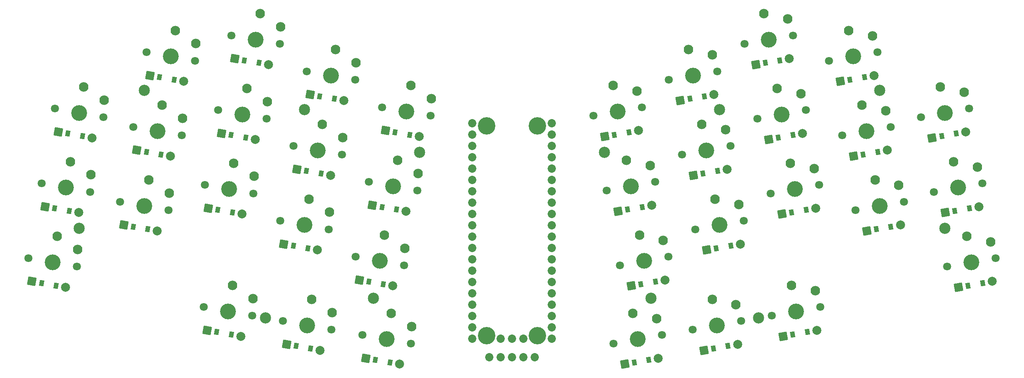
<source format=gbr>
%TF.GenerationSoftware,KiCad,Pcbnew,8.0.1*%
%TF.CreationDate,2024-05-10T10:41:52+02:00*%
%TF.ProjectId,main,6d61696e-2e6b-4696-9361-645f70636258,v1.0.0*%
%TF.SameCoordinates,Original*%
%TF.FileFunction,Soldermask,Bot*%
%TF.FilePolarity,Negative*%
%FSLAX46Y46*%
G04 Gerber Fmt 4.6, Leading zero omitted, Abs format (unit mm)*
G04 Created by KiCad (PCBNEW 8.0.1) date 2024-05-10 10:41:52*
%MOMM*%
%LPD*%
G01*
G04 APERTURE LIST*
G04 Aperture macros list*
%AMRoundRect*
0 Rectangle with rounded corners*
0 $1 Rounding radius*
0 $2 $3 $4 $5 $6 $7 $8 $9 X,Y pos of 4 corners*
0 Add a 4 corners polygon primitive as box body*
4,1,4,$2,$3,$4,$5,$6,$7,$8,$9,$2,$3,0*
0 Add four circle primitives for the rounded corners*
1,1,$1+$1,$2,$3*
1,1,$1+$1,$4,$5*
1,1,$1+$1,$6,$7*
1,1,$1+$1,$8,$9*
0 Add four rect primitives between the rounded corners*
20,1,$1+$1,$2,$3,$4,$5,0*
20,1,$1+$1,$4,$5,$6,$7,0*
20,1,$1+$1,$6,$7,$8,$9,0*
20,1,$1+$1,$8,$9,$2,$3,0*%
G04 Aperture macros list end*
%ADD10C,2.500000*%
%ADD11C,3.900000*%
%ADD12C,1.852600*%
%ADD13RoundRect,0.050000X-1.029867X-0.721121X0.721121X-1.029867X1.029867X0.721121X-0.721121X1.029867X0*%
%ADD14RoundRect,0.050000X-0.547352X-0.512743X0.338975X-0.669026X0.547352X0.512743X-0.338975X0.669026X0*%
%ADD15C,2.005000*%
%ADD16RoundRect,0.050000X-0.721121X-1.029867X1.029867X-0.721121X0.721121X1.029867X-1.029867X0.721121X0*%
%ADD17RoundRect,0.050000X-0.338975X-0.669026X0.547352X-0.512743X0.338975X0.669026X-0.547352X0.512743X0*%
%ADD18C,1.801800*%
%ADD19C,3.529000*%
%ADD20C,2.132000*%
G04 APERTURE END LIST*
D10*
%TO.C,_6*%
X187320179Y-90085018D03*
%TD*%
%TO.C,_10*%
X211446772Y-94461974D03*
%TD*%
%TO.C,_4*%
X253100116Y-74424535D03*
%TD*%
%TO.C,_12*%
X238506448Y-43488720D03*
%TD*%
%TO.C,_14*%
X202706081Y-47770433D03*
%TD*%
%TO.C,_8*%
X176984509Y-57382975D03*
%TD*%
D11*
%TO.C,MCU1*%
X150598432Y-51472417D03*
X161998437Y-51472418D03*
X150598433Y-98472418D03*
X161998438Y-98472419D03*
D12*
X147408435Y-50842418D03*
X147408435Y-53382418D03*
X147408435Y-55922420D03*
X147408435Y-58462418D03*
X147408435Y-61002418D03*
X147408435Y-63542418D03*
X147408436Y-66082418D03*
X147408434Y-68622418D03*
X147408435Y-71162418D03*
X147408435Y-73702418D03*
X147408435Y-76242418D03*
X147408435Y-78782418D03*
X147408435Y-81322418D03*
X147408435Y-83862417D03*
X147408435Y-86402417D03*
X147408435Y-88942418D03*
X147408436Y-91482417D03*
X147408433Y-94022417D03*
X147408435Y-96562418D03*
X147408435Y-99102418D03*
X165188435Y-50842418D03*
X165188435Y-53382418D03*
X165188437Y-55922419D03*
X165188434Y-58462419D03*
X165188435Y-61002418D03*
X165188435Y-63542419D03*
X165188435Y-66082419D03*
X165188435Y-68622418D03*
X165188435Y-71162418D03*
X165188435Y-73702418D03*
X165188435Y-76242418D03*
X165188435Y-78782418D03*
X165188436Y-81322418D03*
X165188434Y-83862418D03*
X165188435Y-86402418D03*
X165188435Y-88942418D03*
X165188435Y-91482418D03*
X165188435Y-94022416D03*
X165188435Y-96562418D03*
X165188435Y-99102418D03*
X158838435Y-99102418D03*
X156298435Y-99102418D03*
X153758435Y-99102418D03*
%TD*%
D10*
%TO.C,_5*%
X125276685Y-90085019D03*
%TD*%
%TO.C,_9*%
X101150097Y-94461977D03*
%TD*%
%TO.C,_3*%
X59496758Y-74424536D03*
%TD*%
%TO.C,_11*%
X74090413Y-43488716D03*
%TD*%
%TO.C,_13*%
X109890788Y-47770433D03*
%TD*%
%TO.C,_7*%
X135612360Y-57382973D03*
%TD*%
D13*
%TO.C,D9*%
X94319775Y-36393716D03*
D14*
X96446962Y-36768796D03*
X99696828Y-37341834D03*
D15*
X101824015Y-37716914D03*
%TD*%
D16*
%TO.C,D29*%
X196866577Y-62508352D03*
D17*
X198993764Y-62133272D03*
X202243630Y-61560234D03*
D15*
X204370817Y-61185154D03*
%TD*%
D13*
%TO.C,D15*%
X128036371Y-52493129D03*
D14*
X130163558Y-52868209D03*
X133413424Y-53441247D03*
D15*
X135540611Y-53816327D03*
%TD*%
D18*
%TO.C,S16*%
X87362791Y-92030902D03*
D19*
X92779234Y-92985967D03*
D18*
X98195677Y-93941032D03*
D20*
X98363136Y-90111938D03*
X93803758Y-87175601D03*
%TD*%
D18*
%TO.C,S19*%
X253591310Y-82969050D03*
D19*
X259007753Y-82013985D03*
D18*
X264424196Y-81058920D03*
D20*
X263271929Y-77403475D03*
X257983229Y-76203619D03*
%TD*%
D18*
%TO.C,S14*%
X124288271Y-64017359D03*
D19*
X129704714Y-64972424D03*
D18*
X135121157Y-65927489D03*
D20*
X135288616Y-62098395D03*
X130729238Y-59162058D03*
%TD*%
D18*
%TO.C,S20*%
X250639299Y-66227320D03*
D19*
X256055742Y-65272255D03*
D18*
X261472185Y-64317190D03*
D20*
X260319918Y-60661745D03*
X255031218Y-59461889D03*
%TD*%
D18*
%TO.C,S21*%
X247687276Y-49485588D03*
D19*
X253103719Y-48530523D03*
D18*
X258520162Y-47575458D03*
D20*
X257367895Y-43920013D03*
X252079195Y-42720157D03*
%TD*%
D18*
%TO.C,S36*%
X178948118Y-100192367D03*
D19*
X184364561Y-99237302D03*
D18*
X189781004Y-98282237D03*
D20*
X188628737Y-94626792D03*
X183340037Y-93426936D03*
%TD*%
D18*
%TO.C,S3*%
X54076700Y-47575459D03*
D19*
X59493143Y-48530524D03*
D18*
X64909586Y-49485589D03*
D20*
X65077045Y-45656495D03*
X60517667Y-42720158D03*
%TD*%
D18*
%TO.C,S2*%
X51124684Y-64317188D03*
D19*
X56541127Y-65272253D03*
D18*
X61957570Y-66227318D03*
D20*
X62125029Y-62398224D03*
X57565651Y-59461887D03*
%TD*%
D16*
%TO.C,D20*%
X253171861Y-70857889D03*
D17*
X255299048Y-70482809D03*
X258548914Y-69909771D03*
D15*
X260676101Y-69534691D03*
%TD*%
D18*
%TO.C,S25*%
X214144330Y-66569808D03*
D19*
X219560773Y-65614743D03*
D18*
X224977216Y-64659678D03*
D20*
X223824949Y-61004233D03*
X218536249Y-59804377D03*
%TD*%
D12*
%TO.C,_15*%
X151218431Y-103237300D03*
%TD*%
D18*
%TO.C,S6*%
X74581615Y-34944200D03*
D19*
X79998058Y-35899265D03*
D18*
X85414501Y-36854330D03*
D20*
X85581960Y-33025236D03*
X81022582Y-30088899D03*
%TD*%
D16*
%TO.C,D36*%
X181480682Y-104822935D03*
D17*
X183607869Y-104447855D03*
X186857735Y-103874817D03*
D15*
X188984922Y-103499737D03*
%TD*%
D18*
%TO.C,S4*%
X68677578Y-68427664D03*
D19*
X74094021Y-69382729D03*
D18*
X79510464Y-70337794D03*
D20*
X79677923Y-66508700D03*
X75118545Y-63572363D03*
%TD*%
D18*
%TO.C,S17*%
X105089323Y-95156578D03*
D19*
X110505766Y-96111643D03*
D18*
X115922209Y-97066708D03*
D20*
X116089668Y-93237614D03*
X111530290Y-90301277D03*
%TD*%
D18*
%TO.C,S8*%
X90571673Y-47917941D03*
D19*
X95988116Y-48873006D03*
D18*
X101404559Y-49828071D03*
D20*
X101572018Y-45998977D03*
X97012640Y-43062640D03*
%TD*%
D16*
%TO.C,D21*%
X250219842Y-54116158D03*
D17*
X252347029Y-53741078D03*
X255596895Y-53168040D03*
D15*
X257724082Y-52792960D03*
%TD*%
D18*
%TO.C,S18*%
X122815864Y-98282235D03*
D19*
X128232307Y-99237300D03*
D18*
X133648750Y-100192365D03*
D20*
X133816209Y-96363271D03*
X129256831Y-93426934D03*
%TD*%
D18*
%TO.C,S35*%
X196674651Y-97066702D03*
D19*
X202091094Y-96111637D03*
D18*
X207507537Y-95156572D03*
D20*
X206355270Y-91501127D03*
X201066570Y-90301271D03*
%TD*%
D12*
%TO.C,_17*%
X156298436Y-103237303D03*
%TD*%
D16*
%TO.C,D25*%
X216676890Y-71200379D03*
D17*
X218804077Y-70825299D03*
X222053943Y-70252261D03*
D15*
X224181130Y-69877181D03*
%TD*%
D18*
%TO.C,S34*%
X214401192Y-93941035D03*
D19*
X219817635Y-92985970D03*
D18*
X225234078Y-92030905D03*
D20*
X224081811Y-88375460D03*
X218793111Y-87175604D03*
%TD*%
D13*
%TO.C,D10*%
X105274037Y-77926883D03*
D14*
X107401224Y-78301963D03*
X110651090Y-78875001D03*
D15*
X112778277Y-79250081D03*
%TD*%
D18*
%TO.C,S22*%
X233086407Y-70337794D03*
D19*
X238502850Y-69382729D03*
D18*
X243919293Y-68427664D03*
D20*
X242767026Y-64772219D03*
X237478326Y-63572363D03*
%TD*%
D18*
%TO.C,S31*%
X180427730Y-82669214D03*
D19*
X185844173Y-81714149D03*
D18*
X191260616Y-80759084D03*
D20*
X190108349Y-77103639D03*
X184819649Y-75903783D03*
%TD*%
D16*
%TO.C,D23*%
X232666952Y-58226635D03*
D17*
X234794139Y-57851555D03*
X238044005Y-57278517D03*
D15*
X240171192Y-56903437D03*
%TD*%
D18*
%TO.C,S12*%
X110381993Y-39225919D03*
D19*
X115798436Y-40180984D03*
D18*
X121214879Y-41136049D03*
D20*
X121382338Y-37306955D03*
X116822960Y-34370618D03*
%TD*%
D12*
%TO.C,_18*%
X158838428Y-103237295D03*
%TD*%
D18*
%TO.C,S32*%
X177475707Y-65927486D03*
D19*
X182892150Y-64972421D03*
D18*
X188308593Y-64017356D03*
D20*
X187156326Y-60361911D03*
X181867626Y-59162055D03*
%TD*%
D12*
%TO.C,_19*%
X161378430Y-103237297D03*
%TD*%
D18*
%TO.C,S26*%
X211192309Y-49828074D03*
D19*
X216608752Y-48873009D03*
D18*
X222025195Y-47917944D03*
D20*
X220872928Y-44262499D03*
X215584228Y-43062643D03*
%TD*%
D18*
%TO.C,S30*%
X191381991Y-41136053D03*
D19*
X196798434Y-40180988D03*
D18*
X202214877Y-39225923D03*
D20*
X201062610Y-35570478D03*
X195773910Y-34370622D03*
%TD*%
D13*
%TO.C,D14*%
X125084354Y-69234862D03*
D14*
X127211541Y-69609942D03*
X130461407Y-70182980D03*
D15*
X132588594Y-70558060D03*
%TD*%
D13*
%TO.C,D1*%
X48968750Y-86276426D03*
D14*
X51095937Y-86651506D03*
X54345803Y-87224544D03*
D15*
X56472990Y-87599624D03*
%TD*%
D18*
%TO.C,S13*%
X121336251Y-80759086D03*
D19*
X126752694Y-81714151D03*
D18*
X132169137Y-82669216D03*
D20*
X132336596Y-78840122D03*
X127777218Y-75903785D03*
%TD*%
D18*
%TO.C,S27*%
X208240290Y-33086342D03*
D19*
X213656733Y-32131277D03*
D18*
X219073176Y-31176212D03*
D20*
X217920909Y-27520767D03*
X212632209Y-26320911D03*
%TD*%
D13*
%TO.C,D12*%
X111178076Y-44443423D03*
D14*
X113305263Y-44818503D03*
X116555129Y-45391541D03*
D15*
X118682316Y-45766621D03*
%TD*%
D13*
%TO.C,D13*%
X122132332Y-85976591D03*
D14*
X124259519Y-86351671D03*
X127509385Y-86924709D03*
D15*
X129636572Y-87299789D03*
%TD*%
D16*
%TO.C,D22*%
X235618967Y-74968366D03*
D17*
X237746154Y-74593286D03*
X240996020Y-74020248D03*
D15*
X243123207Y-73645168D03*
%TD*%
D18*
%TO.C,S28*%
X197286026Y-74619513D03*
D19*
X202702469Y-73664448D03*
D18*
X208118912Y-72709383D03*
D20*
X206966645Y-69053938D03*
X201677945Y-67854082D03*
%TD*%
D18*
%TO.C,S7*%
X87619648Y-64659674D03*
D19*
X93036091Y-65614739D03*
D18*
X98452534Y-66569804D03*
D20*
X98619993Y-62740710D03*
X94060615Y-59804373D03*
%TD*%
D18*
%TO.C,S15*%
X127240288Y-47275622D03*
D19*
X132656731Y-48230687D03*
D18*
X138073174Y-49185752D03*
D20*
X138240633Y-45356658D03*
X133681255Y-42420321D03*
%TD*%
D16*
%TO.C,D26*%
X213724871Y-54458648D03*
D17*
X215852058Y-54083568D03*
X219101924Y-53510530D03*
D15*
X221229111Y-53135450D03*
%TD*%
D13*
%TO.C,D5*%
X72425679Y-56903438D03*
D14*
X74552866Y-57278518D03*
X77802732Y-57851556D03*
D15*
X79929919Y-58226636D03*
%TD*%
D13*
%TO.C,D2*%
X51920766Y-69534695D03*
D14*
X54047953Y-69909775D03*
X57297819Y-70482813D03*
D15*
X59425006Y-70857893D03*
%TD*%
D16*
%TO.C,D31*%
X182960289Y-87299791D03*
D17*
X185087476Y-86924711D03*
X188337342Y-86351673D03*
D15*
X190464529Y-85976593D03*
%TD*%
D13*
%TO.C,D4*%
X69473661Y-73645163D03*
D14*
X71600848Y-74020243D03*
X74850714Y-74593281D03*
D15*
X76977901Y-74968361D03*
%TD*%
D13*
%TO.C,D6*%
X75377697Y-40161705D03*
D14*
X77504884Y-40536785D03*
X80754750Y-41109823D03*
D15*
X82881937Y-41484903D03*
%TD*%
D13*
%TO.C,D16*%
X88158873Y-97248405D03*
D14*
X90286060Y-97623485D03*
X93535926Y-98196523D03*
D15*
X95663113Y-98571603D03*
%TD*%
D16*
%TO.C,D33*%
X177056254Y-53816330D03*
D17*
X179183441Y-53441250D03*
X182433307Y-52868212D03*
D15*
X184560494Y-52493132D03*
%TD*%
D12*
%TO.C,_16*%
X153758436Y-103237303D03*
%TD*%
D18*
%TO.C,S9*%
X93523692Y-31176211D03*
D19*
X98940135Y-32131276D03*
D18*
X104356578Y-33086341D03*
D20*
X104524037Y-29257247D03*
X99964659Y-26320910D03*
%TD*%
D18*
%TO.C,S5*%
X71629593Y-51685940D03*
D19*
X77046036Y-52641005D03*
D18*
X82462479Y-53596070D03*
D20*
X82629938Y-49766976D03*
X78070560Y-46830639D03*
%TD*%
D16*
%TO.C,D32*%
X180008272Y-70558062D03*
D17*
X182135459Y-70182982D03*
X185385325Y-69609944D03*
D15*
X187512512Y-69234864D03*
%TD*%
D18*
%TO.C,S10*%
X104477951Y-72709387D03*
D19*
X109894394Y-73664452D03*
D18*
X115310837Y-74619517D03*
D20*
X115478296Y-70790423D03*
X110918918Y-67854086D03*
%TD*%
D13*
%TO.C,D8*%
X91367753Y-53135452D03*
D14*
X93494940Y-53510532D03*
X96744806Y-54083570D03*
D15*
X98871993Y-54458650D03*
%TD*%
D13*
%TO.C,D17*%
X105885407Y-100374072D03*
D14*
X108012594Y-100749152D03*
X111262460Y-101322190D03*
D15*
X113389647Y-101697270D03*
%TD*%
D16*
%TO.C,D28*%
X199818595Y-79250085D03*
D17*
X201945782Y-78875005D03*
X205195648Y-78301967D03*
D15*
X207322835Y-77926887D03*
%TD*%
D18*
%TO.C,S24*%
X227182364Y-36854328D03*
D19*
X232598807Y-35899263D03*
D18*
X238015250Y-34944198D03*
D20*
X236862983Y-31288753D03*
X231574283Y-30088897D03*
%TD*%
D18*
%TO.C,S33*%
X174523688Y-49185751D03*
D19*
X179940131Y-48230686D03*
D18*
X185356574Y-47275621D03*
D20*
X184204307Y-43620176D03*
X178915607Y-42420320D03*
%TD*%
D13*
%TO.C,D18*%
X123611947Y-103499740D03*
D14*
X125739134Y-103874820D03*
X128989000Y-104447858D03*
D15*
X131116187Y-104822938D03*
%TD*%
D16*
%TO.C,D30*%
X193914548Y-45766624D03*
D17*
X196041735Y-45391544D03*
X199291601Y-44818506D03*
D15*
X201418788Y-44443426D03*
%TD*%
D18*
%TO.C,S29*%
X194334008Y-57877779D03*
D19*
X199750451Y-56922714D03*
D18*
X205166894Y-55967649D03*
D20*
X204014627Y-52312204D03*
X198725927Y-51112348D03*
%TD*%
D16*
%TO.C,D35*%
X199207216Y-101697273D03*
D17*
X201334403Y-101322193D03*
X204584269Y-100749155D03*
D15*
X206711456Y-100374075D03*
%TD*%
D18*
%TO.C,S1*%
X48172666Y-81058915D03*
D19*
X53589109Y-82013980D03*
D18*
X59005552Y-82969045D03*
D20*
X59173011Y-79139951D03*
X54613633Y-76203614D03*
%TD*%
D16*
%TO.C,D19*%
X256123875Y-87599628D03*
D17*
X258251062Y-87224548D03*
X261500928Y-86651510D03*
D15*
X263628115Y-86276430D03*
%TD*%
D13*
%TO.C,D11*%
X108226049Y-61185155D03*
D14*
X110353236Y-61560235D03*
X113603102Y-62133273D03*
D15*
X115730289Y-62508353D03*
%TD*%
D13*
%TO.C,D7*%
X88415736Y-69877179D03*
D14*
X90542923Y-70252259D03*
X93792789Y-70825297D03*
D15*
X95919976Y-71200377D03*
%TD*%
D16*
%TO.C,D34*%
X216933757Y-98571607D03*
D17*
X219060944Y-98196527D03*
X222310810Y-97623489D03*
D15*
X224437997Y-97248409D03*
%TD*%
D16*
%TO.C,D24*%
X229714923Y-41484900D03*
D17*
X231842110Y-41109820D03*
X235091976Y-40536782D03*
D15*
X237219163Y-40161702D03*
%TD*%
D13*
%TO.C,D3*%
X54872783Y-52792960D03*
D14*
X56999970Y-53168040D03*
X60249836Y-53741078D03*
D15*
X62377023Y-54116158D03*
%TD*%
D18*
%TO.C,S11*%
X107429963Y-55967654D03*
D19*
X112846406Y-56922719D03*
D18*
X118262849Y-57877784D03*
D20*
X118430308Y-54048690D03*
X113870930Y-51112353D03*
%TD*%
D18*
%TO.C,S23*%
X230134393Y-53596062D03*
D19*
X235550836Y-52640997D03*
D18*
X240967279Y-51685932D03*
D20*
X239815012Y-48030487D03*
X234526312Y-46830631D03*
%TD*%
D16*
%TO.C,D27*%
X210772855Y-37716916D03*
D17*
X212900042Y-37341836D03*
X216149908Y-36768798D03*
D15*
X218277095Y-36393718D03*
%TD*%
M02*

</source>
